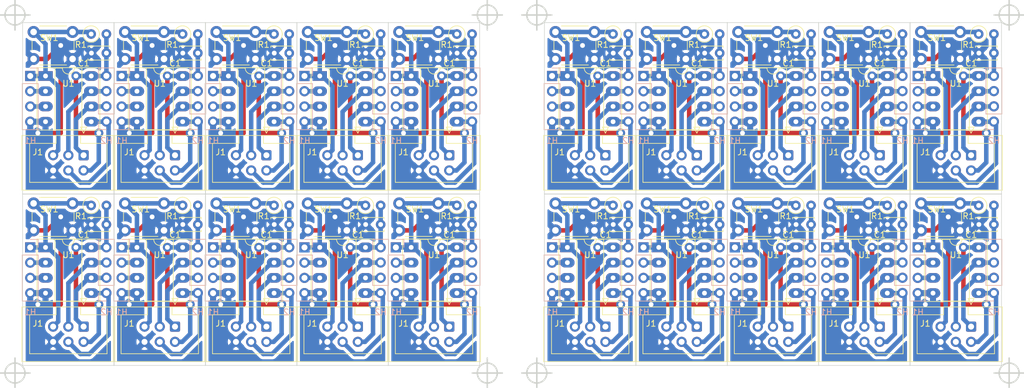
<source format=kicad_pcb>
(kicad_pcb (version 20211014) (generator pcbnew)

  (general
    (thickness 1.6)
  )

  (paper "A5")
  (title_block
    (title "ATTiny QuickDev adapter")
    (date "2024-10-13")
    (rev "0.2")
    (company "Yavook!de")
  )

  (layers
    (0 "F.Cu" signal)
    (31 "B.Cu" signal)
    (32 "B.Adhes" user "B.Adhesive")
    (33 "F.Adhes" user "F.Adhesive")
    (34 "B.Paste" user)
    (35 "F.Paste" user)
    (36 "B.SilkS" user "B.Silkscreen")
    (37 "F.SilkS" user "F.Silkscreen")
    (38 "B.Mask" user)
    (39 "F.Mask" user)
    (40 "Dwgs.User" user "User.Drawings")
    (41 "Cmts.User" user "User.Comments")
    (42 "Eco1.User" user "User.Eco1")
    (43 "Eco2.User" user "User.Eco2")
    (44 "Edge.Cuts" user)
    (45 "Margin" user)
    (46 "B.CrtYd" user "B.Courtyard")
    (47 "F.CrtYd" user "F.Courtyard")
    (48 "B.Fab" user)
    (49 "F.Fab" user)
    (50 "User.1" user "Nutzer.1")
    (51 "User.2" user "Nutzer.2")
    (52 "User.3" user "Nutzer.3")
    (53 "User.4" user "Nutzer.4")
    (54 "User.5" user "Nutzer.5")
    (55 "User.6" user "Nutzer.6")
    (56 "User.7" user "Nutzer.7")
    (57 "User.8" user "Nutzer.8")
    (58 "User.9" user "Nutzer.9")
  )

  (setup
    (stackup
      (layer "F.SilkS" (type "Top Silk Screen"))
      (layer "F.Paste" (type "Top Solder Paste"))
      (layer "F.Mask" (type "Top Solder Mask") (thickness 0.01))
      (layer "F.Cu" (type "copper") (thickness 0.035))
      (layer "dielectric 1" (type "core") (thickness 1.51) (material "FR4") (epsilon_r 4.5) (loss_tangent 0.02))
      (layer "B.Cu" (type "copper") (thickness 0.035))
      (layer "B.Mask" (type "Bottom Solder Mask") (thickness 0.01))
      (layer "B.Paste" (type "Bottom Solder Paste"))
      (layer "B.SilkS" (type "Bottom Silk Screen"))
      (copper_finish "None")
      (dielectric_constraints no)
    )
    (pad_to_mask_clearance 0)
    (pcbplotparams
      (layerselection 0x0000040_7ffffffe)
      (disableapertmacros false)
      (usegerberextensions false)
      (usegerberattributes true)
      (usegerberadvancedattributes true)
      (creategerberjobfile true)
      (svguseinch false)
      (svgprecision 6)
      (excludeedgelayer false)
      (plotframeref true)
      (viasonmask false)
      (mode 1)
      (useauxorigin false)
      (hpglpennumber 1)
      (hpglpenspeed 20)
      (hpglpendiameter 15.000000)
      (dxfpolygonmode true)
      (dxfimperialunits true)
      (dxfusepcbnewfont true)
      (psnegative false)
      (psa4output false)
      (plotreference false)
      (plotvalue false)
      (plotinvisibletext false)
      (sketchpadsonfab false)
      (subtractmaskfromsilk false)
      (outputformat 4)
      (mirror false)
      (drillshape 1)
      (scaleselection 1)
      (outputdirectory "")
    )
  )

  (net 0 "")
  (net 1 "VCC")
  (net 2 "GND")
  (net 3 "/P1")
  (net 4 "/P2")
  (net 5 "/P3")
  (net 6 "/P5")
  (net 7 "/P6")
  (net 8 "/P7")

  (footprint "Capacitor_THT:C_Disc_D3.4mm_W2.1mm_P2.50mm" (layer "F.Cu") (at 170.815 39.37 180))

  (footprint "Capacitor_THT:C_Disc_D3.4mm_W2.1mm_P2.50mm" (layer "F.Cu") (at 68.58 67.945 180))

  (footprint "Connector_IDC:IDC-Header_2x03_P2.54mm_Vertical" (layer "F.Cu") (at 64.775 84.9725 -90))

  (footprint "Package_DIP:DIP-8_W7.62mm_Socket_LongPads" (layer "F.Cu") (at 73.67 43.19))

  (footprint "Capacitor_THT:C_Disc_D3.4mm_W2.1mm_P2.50mm" (layer "F.Cu") (at 140.335 67.945 180))

  (footprint "Package_DIP:DIP-8_W7.62mm_Socket_LongPads" (layer "F.Cu") (at 175.905 43.19))

  (footprint "Capacitor_THT:C_Disc_D3.4mm_W2.1mm_P2.50mm" (layer "F.Cu") (at 186.055 39.37 180))

  (footprint "Button_Switch_THT:SW_PUSH_6mm" (layer "F.Cu") (at 56.44 64.425))

  (footprint "Capacitor_THT:C_Disc_D3.4mm_W2.1mm_P2.50mm" (layer "F.Cu") (at 99.06 67.945 180))

  (footprint "Package_DIP:DIP-8_W7.62mm_Socket_LongPads" (layer "F.Cu") (at 114.945 43.19))

  (footprint "Button_Switch_THT:SW_PUSH_6mm" (layer "F.Cu") (at 25.96 64.425))

  (footprint "Package_DIP:DIP-8_W7.62mm_Socket_LongPads" (layer "F.Cu") (at 114.945 71.765))

  (footprint "Package_DIP:DIP-8_W7.62mm_Socket_LongPads" (layer "F.Cu") (at 88.91 43.19))

  (footprint "Package_DIP:DIP-8_W7.62mm_Socket_LongPads" (layer "F.Cu") (at 160.665 71.765))

  (footprint "Package_DIP:DIP-8_W7.62mm_Socket_LongPads" (layer "F.Cu") (at 130.185 71.765))

  (footprint "Button_Switch_THT:SW_PUSH_6mm" (layer "F.Cu") (at 71.68 35.85))

  (footprint "Connector_IDC:IDC-Header_2x03_P2.54mm_Vertical" (layer "F.Cu") (at 49.535 84.9725 -90))

  (footprint "Resistor_THT:R_Axial_DIN0207_L6.3mm_D2.5mm_P2.54mm_Vertical" (layer "F.Cu") (at 122.555 36.195))

  (footprint "Resistor_THT:R_Axial_DIN0207_L6.3mm_D2.5mm_P2.54mm_Vertical" (layer "F.Cu") (at 35.56 64.77))

  (footprint "Connector_IDC:IDC-Header_2x03_P2.54mm_Vertical" (layer "F.Cu") (at 167.01 56.3975 -90))

  (footprint "Resistor_THT:R_Axial_DIN0207_L6.3mm_D2.5mm_P2.54mm_Vertical" (layer "F.Cu") (at 66.04 36.195))

  (footprint "Button_Switch_THT:SW_PUSH_6mm" (layer "F.Cu") (at 86.92 35.85))

  (footprint "Button_Switch_THT:SW_PUSH_6mm" (layer "F.Cu") (at 173.915 64.425))

  (footprint "Button_Switch_THT:SW_PUSH_6mm" (layer "F.Cu") (at 25.96 35.85))

  (footprint "Connector_IDC:IDC-Header_2x03_P2.54mm_Vertical" (layer "F.Cu") (at 80.015 84.9725 -90))

  (footprint "Resistor_THT:R_Axial_DIN0207_L6.3mm_D2.5mm_P2.54mm_Vertical" (layer "F.Cu") (at 168.275 36.195))

  (footprint "Capacitor_THT:C_Disc_D3.4mm_W2.1mm_P2.50mm" (layer "F.Cu") (at 53.34 67.945 180))

  (footprint "Button_Switch_THT:SW_PUSH_6mm" (layer "F.Cu") (at 41.2 35.85))

  (footprint "Capacitor_THT:C_Disc_D3.4mm_W2.1mm_P2.50mm" (layer "F.Cu") (at 83.82 39.37 180))

  (footprint "Connector_IDC:IDC-Header_2x03_P2.54mm_Vertical" (layer "F.Cu") (at 121.29 84.9725 -90))

  (footprint "Package_DIP:DIP-8_W7.62mm_Socket_LongPads" (layer "F.Cu") (at 73.67 71.765))

  (footprint "Resistor_THT:R_Axial_DIN0207_L6.3mm_D2.5mm_P2.54mm_Vertical" (layer "F.Cu") (at 50.8 64.77))

  (footprint "Resistor_THT:R_Axial_DIN0207_L6.3mm_D2.5mm_P2.54mm_Vertical" (layer "F.Cu") (at 50.8 36.195))

  (footprint "Capacitor_THT:C_Disc_D3.4mm_W2.1mm_P2.50mm" (layer "F.Cu") (at 155.575 67.945 180))

  (footprint "Resistor_THT:R_Axial_DIN0207_L6.3mm_D2.5mm_P2.54mm_Vertical" (layer "F.Cu") (at 153.035 64.77))

  (footprint "Connector_IDC:IDC-Header_2x03_P2.54mm_Vertical" (layer "F.Cu") (at 167.01 84.9725 -90))

  (footprint "Capacitor_THT:C_Disc_D3.4mm_W2.1mm_P2.50mm" (layer "F.Cu") (at 125.095 67.945 180))

  (footprint "Package_DIP:DIP-8_W7.62mm_Socket_LongPads" (layer "F.Cu") (at 27.95 71.765))

  (footprint "Connector_IDC:IDC-Header_2x03_P2.54mm_Vertical" (layer "F.Cu") (at 80.015 56.3975 -90))

  (footprint "Button_Switch_THT:SW_PUSH_6mm" (layer "F.Cu") (at 86.92 64.425))

  (footprint "Connector_IDC:IDC-Header_2x03_P2.54mm_Vertical" (layer "F.Cu") (at 136.53 56.3975 -90))

  (footprint "Capacitor_THT:C_Disc_D3.4mm_W2.1mm_P2.50mm" (layer "F.Cu") (at 38.1 39.37 180))

  (footprint "Package_DIP:DIP-8_W7.62mm_Socket_LongPads" (layer "F.Cu") (at 145.425 43.19))

  (footprint "Button_Switch_THT:SW_PUSH_6mm" (layer "F.Cu")
    (tedit 5A02FE31) (tstamp 72777ca5-bc6f-451f-86a7-5787a3d2d827)
    (at 158.675 64.425)
    (descr "https://www.omron.com/ecb/products/pdf/en-b3f.pdf")
    (tags "tact sw push 6mm")
    (property "Sheetfile" "ATTiny13-breadboard.kicad_sch")
    (property "Sheetname" "")
    (attr through_ho
... [1192626 chars truncated]
</source>
